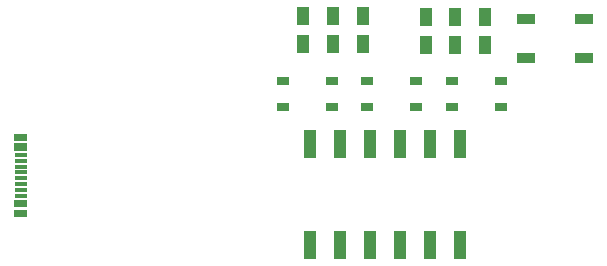
<source format=gbp>
%TF.GenerationSoftware,KiCad,Pcbnew,7.0.9-7.0.9~ubuntu22.04.1*%
%TF.CreationDate,2023-12-25T16:12:58+01:00*%
%TF.ProjectId,PD-LabSupply,50442d4c-6162-4537-9570-706c792e6b69,3.1*%
%TF.SameCoordinates,Original*%
%TF.FileFunction,Paste,Bot*%
%TF.FilePolarity,Positive*%
%FSLAX46Y46*%
G04 Gerber Fmt 4.6, Leading zero omitted, Abs format (unit mm)*
G04 Created by KiCad (PCBNEW 7.0.9-7.0.9~ubuntu22.04.1) date 2023-12-25 16:12:58*
%MOMM*%
%LPD*%
G01*
G04 APERTURE LIST*
%ADD10R,0.990600X1.600200*%
%ADD11R,1.500000X0.900000*%
%ADD12R,1.120000X2.440000*%
%ADD13R,1.092200X0.304800*%
%ADD14R,1.092200X0.609600*%
%ADD15R,1.092200X0.609394*%
%ADD16R,1.092200X0.609382*%
%ADD17R,1.092200X0.609404*%
%ADD18R,1.050000X0.650000*%
G04 APERTURE END LIST*
G36*
X87944349Y-50206093D02*
G01*
X86852149Y-50206093D01*
X86852149Y-49596493D01*
X87944349Y-49596493D01*
X87944349Y-50206093D01*
G37*
G36*
X87944349Y-49406287D02*
G01*
X86852149Y-49406287D01*
X86852149Y-48796687D01*
X87944349Y-48796687D01*
X87944349Y-49406287D01*
G37*
G36*
X87944349Y-44606287D02*
G01*
X86852149Y-44606287D01*
X86852149Y-43996687D01*
X87944349Y-43996687D01*
X87944349Y-44606287D01*
G37*
G36*
X87944349Y-43806287D02*
G01*
X86852149Y-43806287D01*
X86852149Y-43196687D01*
X87944349Y-43196687D01*
X87944349Y-43806287D01*
G37*
D10*
X121668200Y-35683300D03*
X124168200Y-35683300D03*
X126668200Y-35683300D03*
X121668200Y-33283300D03*
X124168200Y-33283300D03*
X126668200Y-33283300D03*
D11*
X135051000Y-33453000D03*
X135051000Y-36753000D03*
X130151000Y-36753000D03*
X130151000Y-33453000D03*
D12*
X111900000Y-44006000D03*
X114440000Y-44006000D03*
X116980000Y-44006000D03*
X119520000Y-44006000D03*
X122060000Y-44006000D03*
X124600000Y-44006000D03*
X124600000Y-52616000D03*
X122060000Y-52616000D03*
X119520000Y-52616000D03*
X116980000Y-52616000D03*
X114440000Y-52616000D03*
X111900000Y-52616000D03*
D13*
X87398249Y-47951602D03*
X87398249Y-44950846D03*
X87398249Y-47451476D03*
X87398249Y-46451224D03*
X87398249Y-46951350D03*
X87398249Y-45951098D03*
D14*
X87398249Y-49901293D03*
D15*
X87398249Y-43501384D03*
D13*
X87398249Y-45450972D03*
X87398249Y-48451728D03*
D16*
X87398249Y-49101378D03*
D17*
X87398249Y-44301390D03*
D18*
X120833000Y-38727000D03*
X116683000Y-38727000D03*
X116683000Y-40877000D03*
X120833000Y-40877000D03*
X113721000Y-38727000D03*
X109571000Y-38727000D03*
X109571000Y-40877000D03*
X113721000Y-40877000D03*
D10*
X111319600Y-35598000D03*
X113819600Y-35598000D03*
X116319600Y-35598000D03*
X111319600Y-33198000D03*
X113819600Y-33198000D03*
X116319600Y-33198000D03*
D18*
X128072000Y-38727000D03*
X123922000Y-38727000D03*
X123922000Y-40877000D03*
X128072000Y-40877000D03*
M02*

</source>
